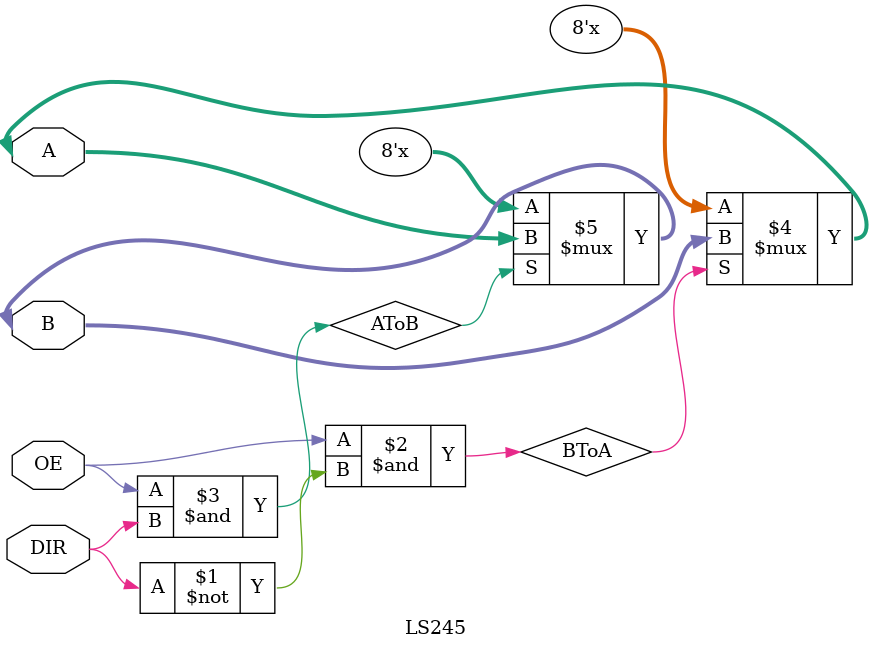
<source format=v>
`timescale 1ns / 1ps
module LS245(
    input wire DIR,
    input wire OE,
    inout wire [7:0] A,
    inout wire [7:0] B
    );

	wire BToA = OE & ~DIR;
	wire AToB = OE & DIR;
	
	assign A = BToA ? B : 8'bZ;
	assign B = AToB ? A : 8'bZ;
	
endmodule

</source>
